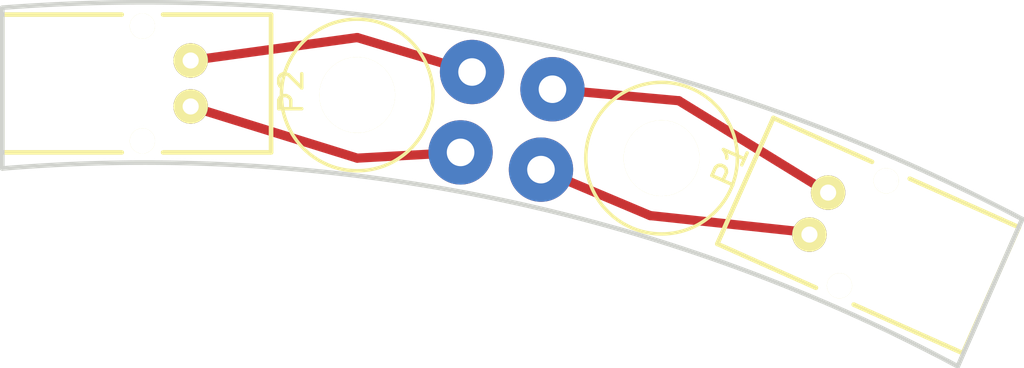
<source format=kicad_pcb>
(kicad_pcb (version 20221018) (generator pcbnew)
  (layers (0 "F.Cu" signal) (31 "B.Cu" signal) (34 "B.Paste" user) (35 "F.Paste" user) (36 "B.SilkS" user "B.Silkscreen") (37 "F.SilkS" user "F.Silkscreen") (38 "B.Mask" user) (39 "F.Mask" user) (44 "Edge.Cuts" user))
  (net 0 "")
  (net 1 "Net-(P1-Pad1)")
  (net 2 "Net-(P1-Pad2)")
  (net 3 "Net-(P2-Pad1)")
  (net 4 "Net-(P2-Pad2)")
  (footprint "m2pogo:POGO" (layer "F.Cu") (at 117.25 55.25)
    (fp_text reference "P3" hide)
    (fp_text value "CONN_1" hide)
    (pad "1" thru_hole circle (at 0 0) (size 2.8 2.8) (drill 1.2) (layers "*.Cu" "*.Mask") (net 2 "Net-(P1-Pad2)"))
  )
  (footprint "m2pogo:POGO" (layer "F.Cu") (at 117.75 51.75)
    (fp_text reference "P4" hide)
    (fp_text value "CONN_1" hide)
    (pad "1" thru_hole circle (at 0 0) (size 2.8 2.8) (drill 1.2) (layers "*.Cu" "*.Mask") (net 1 "Net-(P1-Pad1)"))
  )
  (footprint "m2pogo:POGO" (layer "F.Cu") (at 114.25 51)
    (fp_text reference "P5" hide)
    (fp_text value "CONN_1" hide)
    (pad "1" thru_hole circle (at 0 0) (size 2.8 2.8) (drill 1.2) (layers "*.Cu" "*.Mask") (net 4 "Net-(P2-Pad2)"))
  )
  (footprint "m2pogo:POGO" (layer "F.Cu") (at 113.75 54.5)
    (fp_text reference "P6" hide)
    (fp_text value "CONN_1" hide)
    (pad "1" thru_hole circle (at 0 0) (size 2.8 2.8) (drill 1.2) (layers "*.Cu" "*.Mask") (net 3 "Net-(P2-Pad1)"))
  )
  (footprint "m2pogo:S02B-PASK-2" (layer "F.Cu") (at 129.75 56.25 -114)
    (fp_text reference "P1" (at 0.64 4.38 246) (layer "F.SilkS"))
    (fp_text value "CONN_2" hide)
    (fp_line (start -2 -8.2) (end -2 -3) (stroke (width 0.2)) (layer "F.SilkS"))
    (fp_line (start -2 -1.2) (end -2 3.5) (stroke (width 0.2)) (layer "F.SilkS"))
    (fp_line (start -2 3.5) (end 4 3.5) (stroke (width 0.2)) (layer "F.SilkS"))
    (fp_line (start 4 -8.2) (end -2 -8.2) (stroke (width 0.2)) (layer "F.SilkS"))
    (fp_line (start 4 -3) (end 4 -8.2) (stroke (width 0.2)) (layer "F.SilkS"))
    (fp_line (start 4 3.5) (end 4 -1.2) (stroke (width 0.2)) (layer "F.SilkS"))
    (pad "" np_thru_hole circle (at -1.5 -2.1 246) (size 1.1 1.1) (drill 1.1) (layers "*.Cu" "*.Mask" "F.SilkS"))
    (pad "" np_thru_hole circle (at 3.5 -2.1 246) (size 1.1 1.1) (drill 1.1) (layers "*.Cu" "*.Mask" "F.SilkS"))
    (pad "1" thru_hole circle (at 0 0 246) (size 1.5 1.5) (drill 0.7) (layers "*.Cu" "*.Mask" "F.SilkS") (net 1 "Net-(P1-Pad1)"))
    (pad "2" thru_hole circle (at 2 0 246) (size 1.5 1.5) (drill 0.7) (layers "*.Cu" "*.Mask" "F.SilkS") (net 2 "Net-(P1-Pad2)"))
  )
  (footprint "m2pogo:S02B-PASK-2" (layer "F.Cu") (at 102 52.5 90)
    (fp_text reference "P2" (at 0.64 4.38 90) (layer "F.SilkS"))
    (fp_text value "CONN_2" hide)
    (fp_line (start -2 -8.2) (end -2 -3) (stroke (width 0.2)) (layer "F.SilkS"))
    (fp_line (start -2 -1.2) (end -2 3.5) (stroke (width 0.2)) (layer "F.SilkS"))
    (fp_line (start -2 3.5) (end 4 3.5) (stroke (width 0.2)) (layer "F.SilkS"))
    (fp_line (start 4 -8.2) (end -2 -8.2) (stroke (width 0.2)) (layer "F.SilkS"))
    (fp_line (start 4 -3) (end 4 -8.2) (stroke (width 0.2)) (layer "F.SilkS"))
    (fp_line (start 4 3.5) (end 4 -1.2) (stroke (width 0.2)) (layer "F.SilkS"))
    (pad "" np_thru_hole circle (at -1.5 -2.1 90) (size 1.1 1.1) (drill 1.1) (layers "*.Cu" "*.Mask" "F.SilkS"))
    (pad "" np_thru_hole circle (at 3.5 -2.1 90) (size 1.1 1.1) (drill 1.1) (layers "*.Cu" "*.Mask" "F.SilkS"))
    (pad "1" thru_hole circle (at 0 0 90) (size 1.5 1.5) (drill 0.7) (layers "*.Cu" "*.Mask" "F.SilkS") (net 3 "Net-(P2-Pad1)"))
    (pad "2" thru_hole circle (at 2 0 90) (size 1.5 1.5) (drill 0.7) (layers "*.Cu" "*.Mask" "F.SilkS") (net 4 "Net-(P2-Pad2)"))
  )
  (footprint "m2pogo:M3_MOUNT" (layer "F.Cu") (at 122.5 54.75 67.5)
    (fp_text reference "X4" hide)
    (fp_text value "MOUNT" hide)
    (fp_circle (center 0 0) (end 3.3 0) (stroke (width 0.15)) (fill none) (layer "F.SilkS"))
    (pad "" np_thru_hole circle (at 0 0 67.5) (size 3.3 3.3) (drill 3.3) (layers "*.Cu" "*.Mask" "F.Paste" "F.SilkS"))
  )
  (footprint "m2pogo:M3_MOUNT" (layer "F.Cu") (at 109.25 52)
    (fp_text reference "X3" hide)
    (fp_text value "MOUNT" hide)
    (fp_circle (center 0 0) (end 3.3 0) (stroke (width 0.15)) (fill none) (layer "F.SilkS"))
    (pad "" np_thru_hole circle (at 0 0) (size 3.3 3.3) (drill 3.3) (layers "*.Cu" "*.Mask" "F.Paste" "F.SilkS"))
  )
  (gr_arc (start 93.8 48.2) (mid 116.647925 49.67238) (end 138.199092 57.401726) (stroke (width 0.2)) (layer "Edge.Cuts"))
  (gr_arc (start 93.8 55.2) (mid 115.218619 56.50256) (end 135.393341 63.812453) (stroke (width 0.2)) (layer "Edge.Cuts"))
  (gr_line (start 93.8 48.2) (end 93.8 55.2) (stroke (width 0.2)) (layer "Edge.Cuts"))
  (gr_line (start 135.4 63.8) (end 138.2 57.4) (stroke (width 0.2)) (layer "Edge.Cuts"))
  (segment (start 117.75 51.75) (end 123.25 52.25) (width 0.4) (layer "F.Cu") (net 1))
  (segment (start 123.25 52.25) (end 129.75 56.25) (width 0.4) (layer "F.Cu") (net 1))
  (segment (start 117.25 55.25) (end 122 57.25) (width 0.4) (layer "F.Cu") (net 2))
  (segment (start 122 57.25) (end 129 58) (width 0.4) (layer "F.Cu") (net 2))
  (segment (start 129 58) (end 128.936527 58.077091) (width 0.4) (layer "F.Cu") (net 2))
  (segment (start 102 52.5) (end 109.25 54.75) (width 0.4) (layer "F.Cu") (net 3))
  (segment (start 109.25 54.75) (end 113.75 54.5) (width 0.4) (layer "F.Cu") (net 3))
  (segment (start 102 50.5) (end 109.25 49.5) (width 0.4) (layer "F.Cu") (net 4))
  (segment (start 109.25 49.5) (end 114.25 51) (width 0.4) (layer "F.Cu") (net 4))
)
</source>
